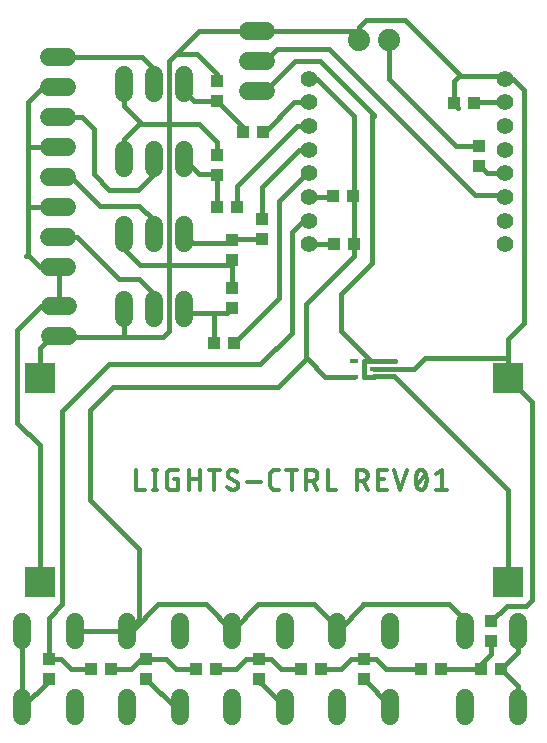
<source format=gbr>
G04 EAGLE Gerber RS-274X export*
G75*
%MOMM*%
%FSLAX34Y34*%
%LPD*%
%INTop Copper*%
%IPPOS*%
%AMOC8*
5,1,8,0,0,1.08239X$1,22.5*%
G01*
%ADD10C,0.355600*%
%ADD11C,1.524000*%
%ADD12R,1.000000X1.100000*%
%ADD13R,1.100000X1.000000*%
%ADD14C,1.400000*%
%ADD15C,1.879600*%
%ADD16R,2.500000X2.500000*%
%ADD17R,0.700000X0.400000*%
%ADD18C,0.406400*%


D10*
X118618Y231902D02*
X118618Y215138D01*
X126069Y215138D01*
X134290Y215138D02*
X134290Y231902D01*
X132427Y215138D02*
X136153Y215138D01*
X136153Y231902D02*
X132427Y231902D01*
X150717Y224451D02*
X153511Y224451D01*
X153511Y215138D01*
X147923Y215138D01*
X147804Y215140D01*
X147684Y215146D01*
X147565Y215155D01*
X147447Y215169D01*
X147328Y215186D01*
X147211Y215207D01*
X147094Y215231D01*
X146978Y215260D01*
X146863Y215292D01*
X146749Y215328D01*
X146637Y215367D01*
X146525Y215410D01*
X146415Y215457D01*
X146307Y215507D01*
X146200Y215560D01*
X146095Y215617D01*
X145992Y215678D01*
X145891Y215741D01*
X145792Y215808D01*
X145695Y215878D01*
X145601Y215951D01*
X145508Y216027D01*
X145419Y216105D01*
X145332Y216187D01*
X145247Y216272D01*
X145165Y216359D01*
X145087Y216448D01*
X145011Y216541D01*
X144938Y216635D01*
X144868Y216732D01*
X144801Y216831D01*
X144738Y216932D01*
X144677Y217035D01*
X144620Y217140D01*
X144567Y217247D01*
X144517Y217355D01*
X144470Y217465D01*
X144427Y217577D01*
X144388Y217689D01*
X144352Y217803D01*
X144320Y217918D01*
X144291Y218034D01*
X144267Y218151D01*
X144246Y218268D01*
X144229Y218387D01*
X144215Y218505D01*
X144206Y218624D01*
X144200Y218744D01*
X144198Y218863D01*
X144198Y228177D01*
X144200Y228299D01*
X144206Y228421D01*
X144216Y228542D01*
X144230Y228663D01*
X144248Y228784D01*
X144270Y228904D01*
X144295Y229023D01*
X144325Y229141D01*
X144358Y229258D01*
X144396Y229374D01*
X144437Y229489D01*
X144482Y229602D01*
X144530Y229714D01*
X144582Y229825D01*
X144638Y229933D01*
X144697Y230039D01*
X144760Y230144D01*
X144826Y230246D01*
X144895Y230347D01*
X144968Y230445D01*
X145044Y230540D01*
X145122Y230633D01*
X145204Y230723D01*
X145289Y230811D01*
X145377Y230896D01*
X145467Y230978D01*
X145560Y231056D01*
X145655Y231132D01*
X145753Y231205D01*
X145853Y231274D01*
X145956Y231340D01*
X146060Y231403D01*
X146167Y231462D01*
X146275Y231518D01*
X146386Y231570D01*
X146497Y231618D01*
X146611Y231663D01*
X146726Y231704D01*
X146842Y231742D01*
X146959Y231775D01*
X147077Y231805D01*
X147196Y231830D01*
X147316Y231852D01*
X147437Y231870D01*
X147558Y231884D01*
X147679Y231894D01*
X147801Y231900D01*
X147923Y231902D01*
X153511Y231902D01*
X162840Y231902D02*
X162840Y215138D01*
X162840Y224451D02*
X172153Y224451D01*
X172153Y231902D02*
X172153Y215138D01*
X184391Y215138D02*
X184391Y231902D01*
X179735Y231902D02*
X189048Y231902D01*
X204777Y218863D02*
X204775Y218744D01*
X204769Y218624D01*
X204760Y218505D01*
X204746Y218387D01*
X204729Y218268D01*
X204708Y218151D01*
X204684Y218034D01*
X204655Y217918D01*
X204623Y217803D01*
X204587Y217689D01*
X204548Y217577D01*
X204505Y217465D01*
X204458Y217355D01*
X204408Y217247D01*
X204355Y217140D01*
X204298Y217035D01*
X204237Y216932D01*
X204174Y216831D01*
X204107Y216732D01*
X204037Y216635D01*
X203964Y216541D01*
X203888Y216448D01*
X203810Y216359D01*
X203728Y216272D01*
X203643Y216187D01*
X203556Y216105D01*
X203467Y216027D01*
X203374Y215951D01*
X203280Y215878D01*
X203183Y215808D01*
X203084Y215741D01*
X202983Y215678D01*
X202880Y215617D01*
X202775Y215560D01*
X202668Y215507D01*
X202560Y215457D01*
X202450Y215410D01*
X202338Y215367D01*
X202226Y215328D01*
X202112Y215292D01*
X201997Y215260D01*
X201881Y215231D01*
X201764Y215207D01*
X201647Y215186D01*
X201528Y215169D01*
X201410Y215155D01*
X201291Y215146D01*
X201171Y215140D01*
X201052Y215138D01*
X200864Y215140D01*
X200676Y215147D01*
X200488Y215158D01*
X200300Y215174D01*
X200113Y215194D01*
X199926Y215219D01*
X199740Y215248D01*
X199555Y215282D01*
X199370Y215320D01*
X199187Y215362D01*
X199005Y215409D01*
X198823Y215460D01*
X198643Y215516D01*
X198465Y215575D01*
X198288Y215639D01*
X198112Y215708D01*
X197938Y215780D01*
X197766Y215857D01*
X197596Y215937D01*
X197428Y216022D01*
X197262Y216111D01*
X197098Y216203D01*
X196936Y216300D01*
X196777Y216400D01*
X196620Y216504D01*
X196466Y216612D01*
X196314Y216724D01*
X196165Y216839D01*
X196019Y216958D01*
X195876Y217080D01*
X195735Y217205D01*
X195598Y217334D01*
X195464Y217466D01*
X195930Y228177D02*
X195932Y228296D01*
X195938Y228416D01*
X195947Y228535D01*
X195961Y228653D01*
X195978Y228772D01*
X195999Y228889D01*
X196023Y229006D01*
X196052Y229122D01*
X196084Y229237D01*
X196120Y229351D01*
X196159Y229463D01*
X196202Y229575D01*
X196249Y229685D01*
X196299Y229793D01*
X196352Y229900D01*
X196409Y230005D01*
X196470Y230108D01*
X196533Y230209D01*
X196600Y230308D01*
X196670Y230405D01*
X196743Y230500D01*
X196819Y230592D01*
X196897Y230681D01*
X196979Y230768D01*
X197064Y230853D01*
X197151Y230935D01*
X197240Y231013D01*
X197333Y231089D01*
X197427Y231162D01*
X197524Y231232D01*
X197623Y231299D01*
X197724Y231362D01*
X197827Y231423D01*
X197932Y231480D01*
X198039Y231533D01*
X198147Y231583D01*
X198257Y231630D01*
X198369Y231673D01*
X198481Y231712D01*
X198595Y231748D01*
X198710Y231780D01*
X198826Y231809D01*
X198943Y231833D01*
X199061Y231854D01*
X199179Y231871D01*
X199297Y231885D01*
X199416Y231894D01*
X199536Y231900D01*
X199655Y231902D01*
X199822Y231900D01*
X199988Y231894D01*
X200154Y231884D01*
X200320Y231870D01*
X200485Y231852D01*
X200650Y231831D01*
X200815Y231805D01*
X200979Y231775D01*
X201142Y231742D01*
X201304Y231705D01*
X201465Y231663D01*
X201626Y231618D01*
X201785Y231569D01*
X201943Y231517D01*
X202099Y231460D01*
X202255Y231400D01*
X202408Y231336D01*
X202560Y231269D01*
X202711Y231198D01*
X202860Y231123D01*
X203007Y231045D01*
X203152Y230964D01*
X203295Y230879D01*
X203436Y230790D01*
X203575Y230698D01*
X203712Y230603D01*
X203846Y230505D01*
X197792Y224917D02*
X197690Y224979D01*
X197591Y225044D01*
X197493Y225113D01*
X197398Y225184D01*
X197305Y225258D01*
X197214Y225335D01*
X197126Y225415D01*
X197040Y225498D01*
X196958Y225584D01*
X196877Y225672D01*
X196800Y225762D01*
X196725Y225855D01*
X196654Y225950D01*
X196585Y226047D01*
X196520Y226147D01*
X196458Y226248D01*
X196398Y226352D01*
X196343Y226457D01*
X196290Y226564D01*
X196241Y226672D01*
X196196Y226782D01*
X196153Y226893D01*
X196115Y227006D01*
X196080Y227120D01*
X196048Y227235D01*
X196020Y227350D01*
X195996Y227467D01*
X195976Y227584D01*
X195959Y227702D01*
X195946Y227820D01*
X195936Y227939D01*
X195931Y228058D01*
X195929Y228177D01*
X202915Y222123D02*
X203017Y222061D01*
X203116Y221996D01*
X203214Y221927D01*
X203309Y221856D01*
X203402Y221782D01*
X203493Y221705D01*
X203581Y221625D01*
X203667Y221542D01*
X203749Y221456D01*
X203830Y221368D01*
X203907Y221278D01*
X203982Y221185D01*
X204053Y221090D01*
X204122Y220993D01*
X204187Y220893D01*
X204250Y220792D01*
X204309Y220688D01*
X204364Y220583D01*
X204417Y220476D01*
X204466Y220368D01*
X204511Y220258D01*
X204554Y220147D01*
X204592Y220034D01*
X204627Y219920D01*
X204659Y219805D01*
X204687Y219690D01*
X204711Y219573D01*
X204731Y219456D01*
X204748Y219338D01*
X204761Y219220D01*
X204771Y219101D01*
X204776Y218982D01*
X204778Y218863D01*
X202915Y222123D02*
X197792Y224917D01*
X212593Y221657D02*
X223769Y221657D01*
X235827Y215138D02*
X239553Y215138D01*
X235827Y215138D02*
X235708Y215140D01*
X235588Y215146D01*
X235469Y215155D01*
X235351Y215169D01*
X235232Y215186D01*
X235115Y215207D01*
X234998Y215231D01*
X234882Y215260D01*
X234767Y215292D01*
X234653Y215328D01*
X234541Y215367D01*
X234429Y215410D01*
X234319Y215457D01*
X234211Y215507D01*
X234104Y215560D01*
X233999Y215617D01*
X233896Y215678D01*
X233795Y215741D01*
X233696Y215808D01*
X233599Y215878D01*
X233505Y215951D01*
X233412Y216027D01*
X233323Y216105D01*
X233236Y216187D01*
X233151Y216272D01*
X233069Y216359D01*
X232991Y216448D01*
X232915Y216541D01*
X232842Y216635D01*
X232772Y216732D01*
X232705Y216831D01*
X232642Y216932D01*
X232581Y217035D01*
X232524Y217140D01*
X232471Y217247D01*
X232421Y217355D01*
X232374Y217465D01*
X232331Y217577D01*
X232292Y217689D01*
X232256Y217803D01*
X232224Y217918D01*
X232195Y218034D01*
X232171Y218151D01*
X232150Y218268D01*
X232133Y218387D01*
X232119Y218505D01*
X232110Y218624D01*
X232104Y218744D01*
X232102Y218863D01*
X232102Y228177D01*
X232103Y228177D02*
X232105Y228299D01*
X232111Y228421D01*
X232121Y228542D01*
X232135Y228663D01*
X232153Y228784D01*
X232175Y228904D01*
X232200Y229023D01*
X232230Y229141D01*
X232263Y229258D01*
X232301Y229374D01*
X232342Y229489D01*
X232387Y229602D01*
X232435Y229714D01*
X232487Y229825D01*
X232543Y229933D01*
X232602Y230039D01*
X232665Y230144D01*
X232731Y230246D01*
X232800Y230347D01*
X232873Y230445D01*
X232949Y230540D01*
X233027Y230633D01*
X233109Y230723D01*
X233194Y230811D01*
X233282Y230896D01*
X233372Y230978D01*
X233465Y231056D01*
X233560Y231132D01*
X233658Y231205D01*
X233758Y231274D01*
X233861Y231340D01*
X233965Y231403D01*
X234072Y231462D01*
X234180Y231518D01*
X234291Y231570D01*
X234402Y231618D01*
X234516Y231663D01*
X234631Y231704D01*
X234747Y231742D01*
X234864Y231775D01*
X234982Y231805D01*
X235101Y231830D01*
X235221Y231852D01*
X235342Y231870D01*
X235463Y231884D01*
X235584Y231894D01*
X235706Y231900D01*
X235828Y231902D01*
X235827Y231902D02*
X239553Y231902D01*
X250222Y231902D02*
X250222Y215138D01*
X245565Y231902D02*
X254879Y231902D01*
X262616Y231902D02*
X262616Y215138D01*
X262616Y231902D02*
X267272Y231902D01*
X267407Y231900D01*
X267543Y231894D01*
X267678Y231884D01*
X267813Y231871D01*
X267947Y231853D01*
X268081Y231831D01*
X268214Y231806D01*
X268346Y231776D01*
X268477Y231743D01*
X268608Y231706D01*
X268737Y231666D01*
X268865Y231621D01*
X268991Y231573D01*
X269117Y231521D01*
X269240Y231466D01*
X269362Y231407D01*
X269482Y231344D01*
X269601Y231278D01*
X269717Y231209D01*
X269831Y231136D01*
X269943Y231060D01*
X270053Y230980D01*
X270160Y230898D01*
X270265Y230812D01*
X270368Y230724D01*
X270468Y230632D01*
X270565Y230538D01*
X270659Y230441D01*
X270751Y230341D01*
X270839Y230238D01*
X270925Y230133D01*
X271007Y230026D01*
X271087Y229916D01*
X271163Y229804D01*
X271236Y229690D01*
X271305Y229573D01*
X271371Y229455D01*
X271434Y229335D01*
X271493Y229213D01*
X271548Y229090D01*
X271600Y228964D01*
X271648Y228838D01*
X271693Y228710D01*
X271733Y228581D01*
X271770Y228450D01*
X271803Y228319D01*
X271833Y228187D01*
X271858Y228054D01*
X271880Y227920D01*
X271898Y227786D01*
X271911Y227651D01*
X271921Y227516D01*
X271927Y227380D01*
X271929Y227245D01*
X271927Y227110D01*
X271921Y226974D01*
X271911Y226839D01*
X271898Y226704D01*
X271880Y226570D01*
X271858Y226436D01*
X271833Y226303D01*
X271803Y226171D01*
X271770Y226040D01*
X271733Y225909D01*
X271693Y225780D01*
X271648Y225652D01*
X271600Y225526D01*
X271548Y225400D01*
X271493Y225277D01*
X271434Y225155D01*
X271371Y225035D01*
X271305Y224916D01*
X271236Y224800D01*
X271163Y224686D01*
X271087Y224574D01*
X271007Y224464D01*
X270925Y224357D01*
X270839Y224252D01*
X270751Y224149D01*
X270659Y224049D01*
X270565Y223952D01*
X270468Y223858D01*
X270368Y223766D01*
X270265Y223678D01*
X270160Y223592D01*
X270053Y223510D01*
X269943Y223430D01*
X269831Y223354D01*
X269717Y223281D01*
X269601Y223212D01*
X269482Y223146D01*
X269362Y223083D01*
X269240Y223024D01*
X269117Y222969D01*
X268991Y222917D01*
X268865Y222869D01*
X268737Y222824D01*
X268608Y222784D01*
X268477Y222747D01*
X268346Y222714D01*
X268214Y222684D01*
X268081Y222659D01*
X267947Y222637D01*
X267813Y222619D01*
X267678Y222606D01*
X267543Y222596D01*
X267407Y222590D01*
X267272Y222588D01*
X267272Y222589D02*
X262616Y222589D01*
X268204Y222589D02*
X271929Y215138D01*
X280573Y215138D02*
X280573Y231902D01*
X280573Y215138D02*
X288024Y215138D01*
X305144Y215138D02*
X305144Y231902D01*
X309800Y231902D01*
X309935Y231900D01*
X310071Y231894D01*
X310206Y231884D01*
X310341Y231871D01*
X310475Y231853D01*
X310609Y231831D01*
X310742Y231806D01*
X310874Y231776D01*
X311005Y231743D01*
X311136Y231706D01*
X311265Y231666D01*
X311393Y231621D01*
X311519Y231573D01*
X311645Y231521D01*
X311768Y231466D01*
X311890Y231407D01*
X312010Y231344D01*
X312129Y231278D01*
X312245Y231209D01*
X312359Y231136D01*
X312471Y231060D01*
X312581Y230980D01*
X312688Y230898D01*
X312793Y230812D01*
X312896Y230724D01*
X312996Y230632D01*
X313093Y230538D01*
X313187Y230441D01*
X313279Y230341D01*
X313367Y230238D01*
X313453Y230133D01*
X313535Y230026D01*
X313615Y229916D01*
X313691Y229804D01*
X313764Y229690D01*
X313833Y229573D01*
X313899Y229455D01*
X313962Y229335D01*
X314021Y229213D01*
X314076Y229090D01*
X314128Y228964D01*
X314176Y228838D01*
X314221Y228710D01*
X314261Y228581D01*
X314298Y228450D01*
X314331Y228319D01*
X314361Y228187D01*
X314386Y228054D01*
X314408Y227920D01*
X314426Y227786D01*
X314439Y227651D01*
X314449Y227516D01*
X314455Y227380D01*
X314457Y227245D01*
X314455Y227110D01*
X314449Y226974D01*
X314439Y226839D01*
X314426Y226704D01*
X314408Y226570D01*
X314386Y226436D01*
X314361Y226303D01*
X314331Y226171D01*
X314298Y226040D01*
X314261Y225909D01*
X314221Y225780D01*
X314176Y225652D01*
X314128Y225526D01*
X314076Y225400D01*
X314021Y225277D01*
X313962Y225155D01*
X313899Y225035D01*
X313833Y224916D01*
X313764Y224800D01*
X313691Y224686D01*
X313615Y224574D01*
X313535Y224464D01*
X313453Y224357D01*
X313367Y224252D01*
X313279Y224149D01*
X313187Y224049D01*
X313093Y223952D01*
X312996Y223858D01*
X312896Y223766D01*
X312793Y223678D01*
X312688Y223592D01*
X312581Y223510D01*
X312471Y223430D01*
X312359Y223354D01*
X312245Y223281D01*
X312129Y223212D01*
X312010Y223146D01*
X311890Y223083D01*
X311768Y223024D01*
X311645Y222969D01*
X311519Y222917D01*
X311393Y222869D01*
X311265Y222824D01*
X311136Y222784D01*
X311005Y222747D01*
X310874Y222714D01*
X310742Y222684D01*
X310609Y222659D01*
X310475Y222637D01*
X310341Y222619D01*
X310206Y222606D01*
X310071Y222596D01*
X309935Y222590D01*
X309800Y222588D01*
X309800Y222589D02*
X305144Y222589D01*
X310732Y222589D02*
X314457Y215138D01*
X323101Y215138D02*
X330552Y215138D01*
X323101Y215138D02*
X323101Y231902D01*
X330552Y231902D01*
X328689Y224451D02*
X323101Y224451D01*
X336681Y231902D02*
X342269Y215138D01*
X347857Y231902D01*
X356486Y229574D02*
X356345Y229276D01*
X356211Y228974D01*
X356085Y228670D01*
X355965Y228362D01*
X355853Y228052D01*
X355749Y227739D01*
X355652Y227424D01*
X355563Y227106D01*
X355481Y226787D01*
X355407Y226466D01*
X355340Y226143D01*
X355281Y225818D01*
X355230Y225492D01*
X355187Y225165D01*
X355152Y224837D01*
X355124Y224509D01*
X355105Y224179D01*
X355093Y223850D01*
X355089Y223520D01*
X356486Y229574D02*
X356526Y229682D01*
X356568Y229790D01*
X356615Y229895D01*
X356665Y229999D01*
X356718Y230102D01*
X356775Y230202D01*
X356836Y230301D01*
X356899Y230398D01*
X356966Y230492D01*
X357035Y230584D01*
X357108Y230674D01*
X357184Y230761D01*
X357263Y230845D01*
X357344Y230927D01*
X357429Y231006D01*
X357515Y231083D01*
X357605Y231156D01*
X357696Y231226D01*
X357790Y231293D01*
X357887Y231357D01*
X357985Y231418D01*
X358085Y231475D01*
X358187Y231529D01*
X358291Y231580D01*
X358397Y231627D01*
X358504Y231670D01*
X358612Y231710D01*
X358722Y231746D01*
X358833Y231779D01*
X358945Y231808D01*
X359057Y231833D01*
X359171Y231854D01*
X359285Y231871D01*
X359400Y231885D01*
X359515Y231894D01*
X359630Y231900D01*
X359746Y231902D01*
X359862Y231900D01*
X359977Y231894D01*
X360092Y231885D01*
X360207Y231871D01*
X360321Y231854D01*
X360435Y231833D01*
X360547Y231808D01*
X360659Y231779D01*
X360770Y231746D01*
X360880Y231710D01*
X360988Y231670D01*
X361095Y231627D01*
X361201Y231580D01*
X361305Y231529D01*
X361407Y231475D01*
X361507Y231418D01*
X361605Y231357D01*
X361702Y231293D01*
X361796Y231226D01*
X361887Y231156D01*
X361977Y231083D01*
X362063Y231006D01*
X362148Y230927D01*
X362229Y230845D01*
X362308Y230761D01*
X362384Y230674D01*
X362457Y230584D01*
X362526Y230492D01*
X362593Y230398D01*
X362656Y230301D01*
X362717Y230202D01*
X362774Y230102D01*
X362827Y229999D01*
X362877Y229895D01*
X362924Y229789D01*
X362966Y229682D01*
X363006Y229574D01*
X363147Y229276D01*
X363281Y228974D01*
X363407Y228670D01*
X363527Y228362D01*
X363639Y228052D01*
X363743Y227739D01*
X363840Y227424D01*
X363929Y227106D01*
X364011Y226787D01*
X364085Y226466D01*
X364152Y226143D01*
X364211Y225818D01*
X364262Y225492D01*
X364305Y225165D01*
X364340Y224837D01*
X364368Y224509D01*
X364387Y224179D01*
X364399Y223850D01*
X364403Y223520D01*
X355089Y223520D02*
X355093Y223190D01*
X355105Y222861D01*
X355124Y222531D01*
X355152Y222203D01*
X355187Y221875D01*
X355230Y221548D01*
X355281Y221222D01*
X355340Y220898D01*
X355407Y220574D01*
X355481Y220253D01*
X355563Y219934D01*
X355652Y219616D01*
X355749Y219301D01*
X355853Y218988D01*
X355965Y218678D01*
X356085Y218370D01*
X356211Y218066D01*
X356345Y217764D01*
X356486Y217466D01*
X356526Y217358D01*
X356568Y217250D01*
X356615Y217145D01*
X356665Y217041D01*
X356718Y216938D01*
X356775Y216838D01*
X356836Y216739D01*
X356899Y216642D01*
X356966Y216548D01*
X357036Y216456D01*
X357108Y216366D01*
X357184Y216279D01*
X357263Y216195D01*
X357344Y216113D01*
X357429Y216034D01*
X357515Y215957D01*
X357605Y215884D01*
X357696Y215814D01*
X357790Y215747D01*
X357887Y215683D01*
X357985Y215622D01*
X358085Y215565D01*
X358187Y215511D01*
X358291Y215460D01*
X358397Y215413D01*
X358504Y215370D01*
X358612Y215330D01*
X358722Y215294D01*
X358833Y215261D01*
X358945Y215232D01*
X359057Y215207D01*
X359171Y215186D01*
X359285Y215169D01*
X359400Y215155D01*
X359515Y215146D01*
X359630Y215140D01*
X359746Y215138D01*
X363006Y217466D02*
X363147Y217764D01*
X363281Y218066D01*
X363407Y218370D01*
X363527Y218678D01*
X363639Y218988D01*
X363743Y219301D01*
X363840Y219616D01*
X363929Y219934D01*
X364011Y220253D01*
X364085Y220574D01*
X364152Y220898D01*
X364211Y221222D01*
X364262Y221548D01*
X364305Y221875D01*
X364340Y222203D01*
X364368Y222531D01*
X364387Y222861D01*
X364399Y223190D01*
X364403Y223520D01*
X363006Y217466D02*
X362966Y217358D01*
X362924Y217250D01*
X362877Y217145D01*
X362827Y217041D01*
X362774Y216938D01*
X362717Y216838D01*
X362656Y216739D01*
X362593Y216642D01*
X362526Y216548D01*
X362457Y216456D01*
X362384Y216366D01*
X362308Y216279D01*
X362229Y216195D01*
X362148Y216113D01*
X362063Y216034D01*
X361977Y215957D01*
X361887Y215884D01*
X361796Y215814D01*
X361702Y215747D01*
X361605Y215683D01*
X361507Y215622D01*
X361407Y215565D01*
X361305Y215511D01*
X361201Y215460D01*
X361095Y215413D01*
X360988Y215370D01*
X360880Y215330D01*
X360770Y215294D01*
X360659Y215261D01*
X360547Y215232D01*
X360435Y215207D01*
X360321Y215186D01*
X360207Y215169D01*
X360092Y215155D01*
X359977Y215146D01*
X359862Y215140D01*
X359746Y215138D01*
X356021Y218863D02*
X363471Y228177D01*
X372566Y228177D02*
X377223Y231902D01*
X377223Y215138D01*
X372566Y215138D02*
X381880Y215138D01*
D11*
X158750Y360680D02*
X158750Y375920D01*
X133350Y375920D02*
X133350Y360680D01*
X107950Y360680D02*
X107950Y375920D01*
D12*
X199390Y385690D03*
X199390Y368690D03*
D13*
X201540Y339090D03*
X184540Y339090D03*
D14*
X430980Y563120D03*
X430980Y543120D03*
X430980Y523120D03*
X430980Y503120D03*
X430980Y483120D03*
X430980Y463120D03*
X430980Y443120D03*
X430980Y423120D03*
X264980Y563120D03*
X264980Y543120D03*
X264980Y523120D03*
X264980Y503120D03*
X264980Y483120D03*
X264980Y463120D03*
X264980Y443120D03*
X264980Y423120D03*
D11*
X21844Y103632D02*
X21844Y88392D01*
X67056Y88392D02*
X67056Y103632D01*
X21844Y38608D02*
X21844Y23368D01*
X67056Y23368D02*
X67056Y38608D01*
X155956Y38608D02*
X155956Y23368D01*
X110744Y23368D02*
X110744Y38608D01*
X155956Y88392D02*
X155956Y103632D01*
X110744Y103632D02*
X110744Y88392D01*
X244856Y38608D02*
X244856Y23368D01*
X199644Y23368D02*
X199644Y38608D01*
X244856Y88392D02*
X244856Y103632D01*
X199644Y103632D02*
X199644Y88392D01*
X333756Y38608D02*
X333756Y23368D01*
X288544Y23368D02*
X288544Y38608D01*
X333756Y88392D02*
X333756Y103632D01*
X288544Y103632D02*
X288544Y88392D01*
D12*
X44450Y55000D03*
X44450Y72000D03*
X127000Y55000D03*
X127000Y72000D03*
X222250Y55000D03*
X222250Y72000D03*
X311150Y55000D03*
X311150Y72000D03*
X419100Y103750D03*
X419100Y86750D03*
D13*
X275200Y63500D03*
X258200Y63500D03*
X186300Y63500D03*
X169300Y63500D03*
X97400Y63500D03*
X80400Y63500D03*
D11*
X158750Y551180D02*
X158750Y566420D01*
X133350Y566420D02*
X133350Y551180D01*
X107950Y551180D02*
X107950Y566420D01*
D12*
X186690Y560950D03*
X186690Y543950D03*
D13*
X225670Y518160D03*
X208670Y518160D03*
D11*
X158750Y502920D02*
X158750Y487680D01*
X133350Y487680D02*
X133350Y502920D01*
X107950Y502920D02*
X107950Y487680D01*
D12*
X186690Y498720D03*
X186690Y481720D03*
D13*
X204080Y454660D03*
X187080Y454660D03*
D11*
X158750Y439420D02*
X158750Y424180D01*
X133350Y424180D02*
X133350Y439420D01*
X107950Y439420D02*
X107950Y424180D01*
D12*
X199390Y409330D03*
X199390Y426330D03*
X224790Y444110D03*
X224790Y427110D03*
D13*
X286140Y422910D03*
X303140Y422910D03*
X284870Y463550D03*
X301870Y463550D03*
X404740Y542290D03*
X387740Y542290D03*
D11*
X60960Y370840D02*
X45720Y370840D01*
X45720Y345440D02*
X60960Y345440D01*
X59690Y403860D02*
X44450Y403860D01*
X44450Y429260D02*
X59690Y429260D01*
X59690Y454660D02*
X44450Y454660D01*
X44450Y480060D02*
X59690Y480060D01*
X59690Y505460D02*
X44450Y505460D01*
X44450Y530860D02*
X59690Y530860D01*
X59690Y556260D02*
X44450Y556260D01*
X44450Y581660D02*
X59690Y581660D01*
D15*
X332740Y595630D03*
X307340Y595630D03*
D12*
X408940Y506340D03*
X408940Y489340D03*
D11*
X228600Y603250D02*
X213360Y603250D01*
X213360Y577850D02*
X228600Y577850D01*
X228600Y552450D02*
X213360Y552450D01*
D16*
X36830Y137160D03*
X36830Y309880D03*
X433070Y309880D03*
X433070Y137160D03*
D17*
X319650Y311000D03*
X319650Y317500D03*
X319650Y324000D03*
X302650Y324000D03*
X302650Y311000D03*
D11*
X441706Y103632D02*
X441706Y88392D01*
X396494Y88392D02*
X396494Y103632D01*
X441706Y38608D02*
X441706Y23368D01*
X396494Y23368D02*
X396494Y38608D01*
D13*
X427600Y63500D03*
X410600Y63500D03*
X376800Y63500D03*
X359800Y63500D03*
D18*
X199095Y368395D02*
X199390Y368690D01*
X184150Y364880D02*
X155330Y364880D01*
X184150Y364880D02*
X195580Y364880D01*
X199390Y368690D01*
X158750Y368300D02*
X155330Y364880D01*
X184150Y339480D02*
X184540Y339090D01*
X184150Y339480D02*
X184150Y364880D01*
X300600Y72000D02*
X292100Y63500D01*
X275200Y63500D01*
X300600Y72000D02*
X311150Y72000D01*
X321700Y72000D01*
X330200Y63500D02*
X359800Y63500D01*
X330200Y63500D02*
X321700Y72000D01*
X258200Y63500D02*
X241300Y63500D01*
X232800Y72000D02*
X222250Y72000D01*
X232800Y72000D02*
X241300Y63500D01*
X222250Y72000D02*
X211700Y72000D01*
X203200Y63500D01*
X186300Y63500D01*
X169300Y63500D02*
X152400Y63500D01*
X143900Y72000D02*
X127000Y72000D01*
X143900Y72000D02*
X152400Y63500D01*
X127000Y72000D02*
X122800Y72000D01*
X114300Y63500D01*
X97400Y63500D01*
X259900Y443120D02*
X264980Y443120D01*
X259900Y443120D02*
X250190Y433410D01*
X250190Y347980D01*
X80400Y63500D02*
X63500Y63500D01*
X55000Y72000D01*
X44450Y72000D01*
X44450Y106680D01*
X55880Y118110D01*
X55880Y281940D01*
X95250Y321310D01*
X223520Y321310D01*
X250190Y347980D01*
X44450Y55000D02*
X44450Y53594D01*
X21844Y30988D01*
X21844Y96012D01*
X151012Y30988D02*
X155956Y30988D01*
X151012Y30988D02*
X127000Y55000D01*
X226875Y48969D02*
X244856Y30988D01*
X226875Y48969D02*
X220946Y53696D01*
X311150Y55000D02*
X333756Y32394D01*
X333756Y30988D01*
X303140Y462280D02*
X301870Y463550D01*
X303140Y462280D02*
X303140Y422910D01*
X301870Y463550D02*
X303140Y464820D01*
X303140Y531310D02*
X271330Y563120D01*
X264980Y563120D01*
X303140Y531310D02*
X303140Y464820D01*
X303140Y422910D02*
X302768Y422538D01*
X302768Y413258D01*
X221742Y118110D02*
X199644Y96012D01*
X221742Y118110D02*
X269240Y118110D01*
X288544Y98806D01*
X288544Y96012D01*
X199644Y96012D02*
X177546Y118110D01*
X137160Y118110D01*
X115062Y96012D01*
X110744Y96012D01*
X288544Y96012D02*
X290068Y97536D01*
X310642Y118110D02*
X311150Y118110D01*
X383540Y118110D01*
X396494Y105156D01*
X396494Y96012D01*
X110744Y96012D02*
X67056Y96012D01*
X289052Y96012D02*
X311150Y118110D01*
X289052Y96012D02*
X288544Y96012D01*
X67056Y96012D02*
X64770Y98298D01*
X79375Y282575D02*
X99060Y302260D01*
X238760Y302260D01*
X263010Y326510D01*
X262255Y372745D02*
X302768Y413258D01*
X302650Y311000D02*
X278520Y311000D01*
X263010Y326510D01*
X120650Y105918D02*
X110744Y96012D01*
X120650Y105918D02*
X120650Y165100D01*
X79375Y206375D02*
X79375Y282575D01*
X79375Y206375D02*
X120650Y165100D01*
X262255Y327265D02*
X262255Y372745D01*
X262255Y327265D02*
X263010Y326510D01*
X429268Y464832D02*
X430980Y463120D01*
X429268Y464832D02*
X405219Y464832D01*
X237490Y588010D02*
X227330Y577850D01*
X220980Y577850D01*
X282041Y588010D02*
X405219Y464832D01*
X282041Y588010D02*
X237490Y588010D01*
X403420Y541850D02*
X404740Y542290D01*
X405570Y543120D02*
X430980Y543120D01*
X405570Y543120D02*
X404740Y542290D01*
X199390Y409330D02*
X199390Y385690D01*
X123190Y524510D02*
X120650Y524510D01*
X146050Y405130D02*
X199390Y405130D01*
X146050Y405130D02*
X146050Y524510D01*
X107950Y431800D02*
X107950Y419100D01*
X121920Y405130D01*
X146050Y405130D01*
X107950Y539750D02*
X107950Y558800D01*
X107950Y539750D02*
X123190Y524510D01*
X146050Y524510D01*
X146050Y349250D02*
X140970Y344170D01*
X107950Y344170D02*
X107950Y368300D01*
X387740Y542290D02*
X391300Y538730D01*
X387740Y542290D02*
X386470Y543560D01*
X428950Y565150D02*
X430980Y563120D01*
X120650Y524510D02*
X107950Y511810D01*
X107950Y495300D01*
X146050Y524510D02*
X171450Y524510D01*
X146050Y524510D02*
X146050Y577850D01*
X152400Y584200D01*
X171450Y603250D01*
X393700Y565150D02*
X428950Y565150D01*
X387740Y561340D02*
X387740Y542290D01*
X387740Y561340D02*
X392625Y566225D01*
X393700Y565150D01*
X392625Y566225D02*
X346075Y612775D01*
X430980Y563120D02*
X437330Y563120D01*
X447040Y553410D01*
X447040Y356480D01*
X146050Y349250D02*
X146050Y405130D01*
X186690Y498720D02*
X186690Y509270D01*
X171450Y524510D01*
X186690Y560950D02*
X186690Y567300D01*
X169790Y584200D01*
X152400Y584200D01*
X171450Y603250D02*
X220980Y603250D01*
X307340Y603250D02*
X307340Y607060D01*
X307340Y603250D02*
X307340Y595630D01*
X307340Y603250D02*
X220980Y603250D01*
X307340Y607060D02*
X313055Y612775D01*
X346075Y612775D01*
X36830Y335280D02*
X36830Y309880D01*
X46990Y345440D02*
X53340Y345440D01*
X46990Y345440D02*
X36830Y335280D01*
X54610Y344170D02*
X140970Y344170D01*
X54610Y344170D02*
X53340Y345440D01*
X433070Y326912D02*
X433070Y309880D01*
X363387Y326912D02*
X353975Y317500D01*
X363387Y326912D02*
X433070Y326912D01*
X353975Y317500D02*
X319650Y317500D01*
X432190Y116840D02*
X419100Y103750D01*
X432190Y116840D02*
X448310Y116840D01*
X453390Y121920D01*
X453390Y289560D02*
X433070Y309880D01*
X453390Y289560D02*
X453390Y121920D01*
X433070Y326912D02*
X433070Y342510D01*
X447040Y356480D01*
X264980Y503120D02*
X256090Y503120D01*
X224790Y471820D01*
X224790Y444110D01*
X162950Y554600D02*
X158750Y558800D01*
X208670Y521970D02*
X208670Y518160D01*
X208670Y521970D02*
X186690Y543950D01*
X167640Y543950D02*
X158750Y552840D01*
X158750Y558800D01*
X167640Y543950D02*
X186690Y543950D01*
X158750Y495300D02*
X171450Y482600D01*
X185810Y482600D02*
X186690Y481720D01*
X185810Y482600D02*
X171450Y482600D01*
X187080Y481330D02*
X187080Y454660D01*
X187080Y481330D02*
X186690Y481720D01*
X200170Y427110D02*
X224790Y427110D01*
X200170Y427110D02*
X199390Y426330D01*
X197240Y424180D01*
X166370Y424180D01*
X158750Y431800D01*
X239640Y377190D02*
X201540Y339090D01*
X239640Y377190D02*
X239640Y459350D01*
X263410Y483120D02*
X264980Y483120D01*
X263410Y483120D02*
X239640Y459350D01*
X227320Y518160D02*
X225670Y518160D01*
X252280Y543120D02*
X264980Y543120D01*
X252280Y543120D02*
X227320Y518160D01*
X254760Y523120D02*
X204080Y472440D01*
X204080Y454660D01*
X254760Y523120D02*
X264980Y523120D01*
X133350Y571500D02*
X123190Y581660D01*
X133350Y571500D02*
X133350Y558800D01*
X123190Y581660D02*
X52070Y581660D01*
X133350Y495300D02*
X133350Y482600D01*
X120015Y469265D01*
X72390Y530860D02*
X52070Y530860D01*
X72390Y530860D02*
X82550Y520700D01*
X82550Y482600D01*
X95885Y469265D01*
X120015Y469265D01*
X133350Y444500D02*
X133350Y431800D01*
X121285Y455295D02*
X88265Y455295D01*
X63500Y480060D01*
X52070Y480060D01*
X133350Y443230D02*
X133350Y431800D01*
X133350Y443230D02*
X121285Y455295D01*
X133350Y379730D02*
X133350Y368300D01*
X68580Y429260D02*
X52070Y429260D01*
X133350Y381000D02*
X133350Y368300D01*
X120650Y393700D02*
X104140Y393700D01*
X68580Y429260D01*
X120650Y393700D02*
X133350Y381000D01*
X52070Y505460D02*
X26670Y505460D01*
X26670Y454660D02*
X26670Y414020D01*
X26670Y450850D02*
X26670Y505460D01*
X26670Y414020D02*
X36830Y403860D01*
X50800Y403860D02*
X52070Y403860D01*
X50800Y403860D02*
X36830Y403860D01*
X39370Y454660D02*
X52070Y454660D01*
X26670Y454660D01*
X39370Y556260D02*
X52070Y556260D01*
X39370Y556260D02*
X26670Y543560D01*
X26670Y505460D01*
X26670Y414020D02*
X25400Y412750D01*
X36830Y252730D02*
X36830Y137160D01*
X53340Y370840D02*
X53340Y401320D01*
X50800Y403860D01*
X17780Y271780D02*
X36830Y252730D01*
X17780Y271780D02*
X17780Y350520D01*
X38100Y370840D01*
X53340Y370840D01*
X264980Y423120D02*
X265190Y422910D01*
X286140Y422910D01*
X284440Y463120D02*
X284870Y463550D01*
X284440Y463120D02*
X264980Y463120D01*
X389010Y506340D02*
X408940Y506340D01*
X332740Y562610D02*
X332740Y595630D01*
X332740Y562610D02*
X389010Y506340D01*
X415160Y483120D02*
X430980Y483120D01*
X415160Y483120D02*
X408940Y489340D01*
X337820Y324000D02*
X319650Y324000D01*
X319800Y311150D02*
X319650Y311000D01*
X319800Y311150D02*
X336550Y311150D01*
X319650Y311000D02*
X316738Y311000D01*
X320040Y532130D02*
X318135Y534035D01*
X274320Y577850D01*
X252730Y577850D02*
X227330Y552450D01*
X220980Y552450D01*
X252730Y577850D02*
X274320Y577850D01*
X433070Y214630D02*
X433070Y137160D01*
X433070Y214630D02*
X336550Y311150D01*
X319650Y311000D02*
X311300Y311000D01*
X311150Y311150D01*
X311150Y323850D01*
X311300Y324000D01*
X317500Y324000D01*
X319650Y324000D01*
X319650Y531740D02*
X320040Y532130D01*
X318135Y534035D02*
X318135Y407035D01*
X292100Y381000D01*
X292100Y349400D01*
X317500Y324000D01*
X441706Y77606D02*
X427600Y63500D01*
X441706Y77606D02*
X441706Y96012D01*
X441706Y49394D02*
X441706Y30988D01*
X441706Y49394D02*
X427600Y63500D01*
X410600Y63500D02*
X376800Y63500D01*
X419100Y76200D02*
X419100Y86750D01*
X419100Y76200D02*
X410600Y67700D01*
X410600Y63500D01*
M02*

</source>
